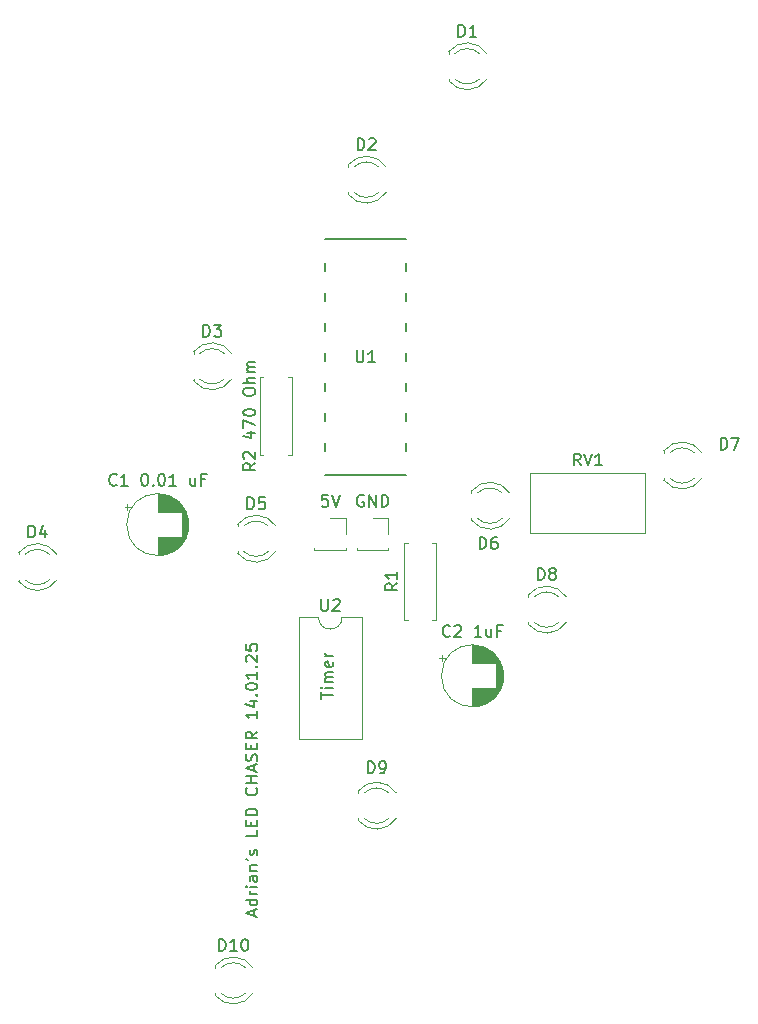
<source format=gto>
%TF.GenerationSoftware,KiCad,Pcbnew,9.0.6*%
%TF.CreationDate,2026-01-24T18:36:13+02:00*%
%TF.ProjectId,led chaser,6c656420-6368-4617-9365-722e6b696361,rev?*%
%TF.SameCoordinates,Original*%
%TF.FileFunction,Legend,Top*%
%TF.FilePolarity,Positive*%
%FSLAX46Y46*%
G04 Gerber Fmt 4.6, Leading zero omitted, Abs format (unit mm)*
G04 Created by KiCad (PCBNEW 9.0.6) date 2026-01-24 18:36:13*
%MOMM*%
%LPD*%
G01*
G04 APERTURE LIST*
%ADD10C,0.150000*%
%ADD11C,0.120000*%
%ADD12C,0.152400*%
G04 APERTURE END LIST*
D10*
X147164132Y-144099999D02*
X147164132Y-143623809D01*
X147449847Y-144195237D02*
X146449847Y-143861904D01*
X146449847Y-143861904D02*
X147449847Y-143528571D01*
X147449847Y-142766666D02*
X146449847Y-142766666D01*
X147402228Y-142766666D02*
X147449847Y-142861904D01*
X147449847Y-142861904D02*
X147449847Y-143052380D01*
X147449847Y-143052380D02*
X147402228Y-143147618D01*
X147402228Y-143147618D02*
X147354608Y-143195237D01*
X147354608Y-143195237D02*
X147259370Y-143242856D01*
X147259370Y-143242856D02*
X146973656Y-143242856D01*
X146973656Y-143242856D02*
X146878418Y-143195237D01*
X146878418Y-143195237D02*
X146830799Y-143147618D01*
X146830799Y-143147618D02*
X146783180Y-143052380D01*
X146783180Y-143052380D02*
X146783180Y-142861904D01*
X146783180Y-142861904D02*
X146830799Y-142766666D01*
X147449847Y-142290475D02*
X146783180Y-142290475D01*
X146973656Y-142290475D02*
X146878418Y-142242856D01*
X146878418Y-142242856D02*
X146830799Y-142195237D01*
X146830799Y-142195237D02*
X146783180Y-142099999D01*
X146783180Y-142099999D02*
X146783180Y-142004761D01*
X147449847Y-141671427D02*
X146783180Y-141671427D01*
X146449847Y-141671427D02*
X146497466Y-141719046D01*
X146497466Y-141719046D02*
X146545085Y-141671427D01*
X146545085Y-141671427D02*
X146497466Y-141623808D01*
X146497466Y-141623808D02*
X146449847Y-141671427D01*
X146449847Y-141671427D02*
X146545085Y-141671427D01*
X147449847Y-140766666D02*
X146926037Y-140766666D01*
X146926037Y-140766666D02*
X146830799Y-140814285D01*
X146830799Y-140814285D02*
X146783180Y-140909523D01*
X146783180Y-140909523D02*
X146783180Y-141099999D01*
X146783180Y-141099999D02*
X146830799Y-141195237D01*
X147402228Y-140766666D02*
X147449847Y-140861904D01*
X147449847Y-140861904D02*
X147449847Y-141099999D01*
X147449847Y-141099999D02*
X147402228Y-141195237D01*
X147402228Y-141195237D02*
X147306989Y-141242856D01*
X147306989Y-141242856D02*
X147211751Y-141242856D01*
X147211751Y-141242856D02*
X147116513Y-141195237D01*
X147116513Y-141195237D02*
X147068894Y-141099999D01*
X147068894Y-141099999D02*
X147068894Y-140861904D01*
X147068894Y-140861904D02*
X147021275Y-140766666D01*
X146783180Y-140290475D02*
X147449847Y-140290475D01*
X146878418Y-140290475D02*
X146830799Y-140242856D01*
X146830799Y-140242856D02*
X146783180Y-140147618D01*
X146783180Y-140147618D02*
X146783180Y-140004761D01*
X146783180Y-140004761D02*
X146830799Y-139909523D01*
X146830799Y-139909523D02*
X146926037Y-139861904D01*
X146926037Y-139861904D02*
X147449847Y-139861904D01*
X146449847Y-139338094D02*
X146640323Y-139433332D01*
X147402228Y-138957142D02*
X147449847Y-138861904D01*
X147449847Y-138861904D02*
X147449847Y-138671428D01*
X147449847Y-138671428D02*
X147402228Y-138576190D01*
X147402228Y-138576190D02*
X147306989Y-138528571D01*
X147306989Y-138528571D02*
X147259370Y-138528571D01*
X147259370Y-138528571D02*
X147164132Y-138576190D01*
X147164132Y-138576190D02*
X147116513Y-138671428D01*
X147116513Y-138671428D02*
X147116513Y-138814285D01*
X147116513Y-138814285D02*
X147068894Y-138909523D01*
X147068894Y-138909523D02*
X146973656Y-138957142D01*
X146973656Y-138957142D02*
X146926037Y-138957142D01*
X146926037Y-138957142D02*
X146830799Y-138909523D01*
X146830799Y-138909523D02*
X146783180Y-138814285D01*
X146783180Y-138814285D02*
X146783180Y-138671428D01*
X146783180Y-138671428D02*
X146830799Y-138576190D01*
X147449847Y-136861904D02*
X147449847Y-137338094D01*
X147449847Y-137338094D02*
X146449847Y-137338094D01*
X146926037Y-136528570D02*
X146926037Y-136195237D01*
X147449847Y-136052380D02*
X147449847Y-136528570D01*
X147449847Y-136528570D02*
X146449847Y-136528570D01*
X146449847Y-136528570D02*
X146449847Y-136052380D01*
X147449847Y-135623808D02*
X146449847Y-135623808D01*
X146449847Y-135623808D02*
X146449847Y-135385713D01*
X146449847Y-135385713D02*
X146497466Y-135242856D01*
X146497466Y-135242856D02*
X146592704Y-135147618D01*
X146592704Y-135147618D02*
X146687942Y-135099999D01*
X146687942Y-135099999D02*
X146878418Y-135052380D01*
X146878418Y-135052380D02*
X147021275Y-135052380D01*
X147021275Y-135052380D02*
X147211751Y-135099999D01*
X147211751Y-135099999D02*
X147306989Y-135147618D01*
X147306989Y-135147618D02*
X147402228Y-135242856D01*
X147402228Y-135242856D02*
X147449847Y-135385713D01*
X147449847Y-135385713D02*
X147449847Y-135623808D01*
X147354608Y-133290475D02*
X147402228Y-133338094D01*
X147402228Y-133338094D02*
X147449847Y-133480951D01*
X147449847Y-133480951D02*
X147449847Y-133576189D01*
X147449847Y-133576189D02*
X147402228Y-133719046D01*
X147402228Y-133719046D02*
X147306989Y-133814284D01*
X147306989Y-133814284D02*
X147211751Y-133861903D01*
X147211751Y-133861903D02*
X147021275Y-133909522D01*
X147021275Y-133909522D02*
X146878418Y-133909522D01*
X146878418Y-133909522D02*
X146687942Y-133861903D01*
X146687942Y-133861903D02*
X146592704Y-133814284D01*
X146592704Y-133814284D02*
X146497466Y-133719046D01*
X146497466Y-133719046D02*
X146449847Y-133576189D01*
X146449847Y-133576189D02*
X146449847Y-133480951D01*
X146449847Y-133480951D02*
X146497466Y-133338094D01*
X146497466Y-133338094D02*
X146545085Y-133290475D01*
X147449847Y-132861903D02*
X146449847Y-132861903D01*
X146926037Y-132861903D02*
X146926037Y-132290475D01*
X147449847Y-132290475D02*
X146449847Y-132290475D01*
X147164132Y-131861903D02*
X147164132Y-131385713D01*
X147449847Y-131957141D02*
X146449847Y-131623808D01*
X146449847Y-131623808D02*
X147449847Y-131290475D01*
X147402228Y-131004760D02*
X147449847Y-130861903D01*
X147449847Y-130861903D02*
X147449847Y-130623808D01*
X147449847Y-130623808D02*
X147402228Y-130528570D01*
X147402228Y-130528570D02*
X147354608Y-130480951D01*
X147354608Y-130480951D02*
X147259370Y-130433332D01*
X147259370Y-130433332D02*
X147164132Y-130433332D01*
X147164132Y-130433332D02*
X147068894Y-130480951D01*
X147068894Y-130480951D02*
X147021275Y-130528570D01*
X147021275Y-130528570D02*
X146973656Y-130623808D01*
X146973656Y-130623808D02*
X146926037Y-130814284D01*
X146926037Y-130814284D02*
X146878418Y-130909522D01*
X146878418Y-130909522D02*
X146830799Y-130957141D01*
X146830799Y-130957141D02*
X146735561Y-131004760D01*
X146735561Y-131004760D02*
X146640323Y-131004760D01*
X146640323Y-131004760D02*
X146545085Y-130957141D01*
X146545085Y-130957141D02*
X146497466Y-130909522D01*
X146497466Y-130909522D02*
X146449847Y-130814284D01*
X146449847Y-130814284D02*
X146449847Y-130576189D01*
X146449847Y-130576189D02*
X146497466Y-130433332D01*
X146926037Y-130004760D02*
X146926037Y-129671427D01*
X147449847Y-129528570D02*
X147449847Y-130004760D01*
X147449847Y-130004760D02*
X146449847Y-130004760D01*
X146449847Y-130004760D02*
X146449847Y-129528570D01*
X147449847Y-128528570D02*
X146973656Y-128861903D01*
X147449847Y-129099998D02*
X146449847Y-129099998D01*
X146449847Y-129099998D02*
X146449847Y-128719046D01*
X146449847Y-128719046D02*
X146497466Y-128623808D01*
X146497466Y-128623808D02*
X146545085Y-128576189D01*
X146545085Y-128576189D02*
X146640323Y-128528570D01*
X146640323Y-128528570D02*
X146783180Y-128528570D01*
X146783180Y-128528570D02*
X146878418Y-128576189D01*
X146878418Y-128576189D02*
X146926037Y-128623808D01*
X146926037Y-128623808D02*
X146973656Y-128719046D01*
X146973656Y-128719046D02*
X146973656Y-129099998D01*
X147449847Y-126814284D02*
X147449847Y-127385712D01*
X147449847Y-127099998D02*
X146449847Y-127099998D01*
X146449847Y-127099998D02*
X146592704Y-127195236D01*
X146592704Y-127195236D02*
X146687942Y-127290474D01*
X146687942Y-127290474D02*
X146735561Y-127385712D01*
X146783180Y-125957141D02*
X147449847Y-125957141D01*
X146402228Y-126195236D02*
X147116513Y-126433331D01*
X147116513Y-126433331D02*
X147116513Y-125814284D01*
X147354608Y-125433331D02*
X147402228Y-125385712D01*
X147402228Y-125385712D02*
X147449847Y-125433331D01*
X147449847Y-125433331D02*
X147402228Y-125480950D01*
X147402228Y-125480950D02*
X147354608Y-125433331D01*
X147354608Y-125433331D02*
X147449847Y-125433331D01*
X146449847Y-124766665D02*
X146449847Y-124671427D01*
X146449847Y-124671427D02*
X146497466Y-124576189D01*
X146497466Y-124576189D02*
X146545085Y-124528570D01*
X146545085Y-124528570D02*
X146640323Y-124480951D01*
X146640323Y-124480951D02*
X146830799Y-124433332D01*
X146830799Y-124433332D02*
X147068894Y-124433332D01*
X147068894Y-124433332D02*
X147259370Y-124480951D01*
X147259370Y-124480951D02*
X147354608Y-124528570D01*
X147354608Y-124528570D02*
X147402228Y-124576189D01*
X147402228Y-124576189D02*
X147449847Y-124671427D01*
X147449847Y-124671427D02*
X147449847Y-124766665D01*
X147449847Y-124766665D02*
X147402228Y-124861903D01*
X147402228Y-124861903D02*
X147354608Y-124909522D01*
X147354608Y-124909522D02*
X147259370Y-124957141D01*
X147259370Y-124957141D02*
X147068894Y-125004760D01*
X147068894Y-125004760D02*
X146830799Y-125004760D01*
X146830799Y-125004760D02*
X146640323Y-124957141D01*
X146640323Y-124957141D02*
X146545085Y-124909522D01*
X146545085Y-124909522D02*
X146497466Y-124861903D01*
X146497466Y-124861903D02*
X146449847Y-124766665D01*
X147449847Y-123480951D02*
X147449847Y-124052379D01*
X147449847Y-123766665D02*
X146449847Y-123766665D01*
X146449847Y-123766665D02*
X146592704Y-123861903D01*
X146592704Y-123861903D02*
X146687942Y-123957141D01*
X146687942Y-123957141D02*
X146735561Y-124052379D01*
X147354608Y-123052379D02*
X147402228Y-123004760D01*
X147402228Y-123004760D02*
X147449847Y-123052379D01*
X147449847Y-123052379D02*
X147402228Y-123099998D01*
X147402228Y-123099998D02*
X147354608Y-123052379D01*
X147354608Y-123052379D02*
X147449847Y-123052379D01*
X146545085Y-122623808D02*
X146497466Y-122576189D01*
X146497466Y-122576189D02*
X146449847Y-122480951D01*
X146449847Y-122480951D02*
X146449847Y-122242856D01*
X146449847Y-122242856D02*
X146497466Y-122147618D01*
X146497466Y-122147618D02*
X146545085Y-122099999D01*
X146545085Y-122099999D02*
X146640323Y-122052380D01*
X146640323Y-122052380D02*
X146735561Y-122052380D01*
X146735561Y-122052380D02*
X146878418Y-122099999D01*
X146878418Y-122099999D02*
X147449847Y-122671427D01*
X147449847Y-122671427D02*
X147449847Y-122052380D01*
X146449847Y-121147618D02*
X146449847Y-121623808D01*
X146449847Y-121623808D02*
X146926037Y-121671427D01*
X146926037Y-121671427D02*
X146878418Y-121623808D01*
X146878418Y-121623808D02*
X146830799Y-121528570D01*
X146830799Y-121528570D02*
X146830799Y-121290475D01*
X146830799Y-121290475D02*
X146878418Y-121195237D01*
X146878418Y-121195237D02*
X146926037Y-121147618D01*
X146926037Y-121147618D02*
X147021275Y-121099999D01*
X147021275Y-121099999D02*
X147259370Y-121099999D01*
X147259370Y-121099999D02*
X147354608Y-121147618D01*
X147354608Y-121147618D02*
X147402228Y-121195237D01*
X147402228Y-121195237D02*
X147449847Y-121290475D01*
X147449847Y-121290475D02*
X147449847Y-121528570D01*
X147449847Y-121528570D02*
X147402228Y-121623808D01*
X147402228Y-121623808D02*
X147354608Y-121671427D01*
X152854819Y-125728570D02*
X152854819Y-125157142D01*
X153854819Y-125442856D02*
X152854819Y-125442856D01*
X153854819Y-124823808D02*
X153188152Y-124823808D01*
X152854819Y-124823808D02*
X152902438Y-124871427D01*
X152902438Y-124871427D02*
X152950057Y-124823808D01*
X152950057Y-124823808D02*
X152902438Y-124776189D01*
X152902438Y-124776189D02*
X152854819Y-124823808D01*
X152854819Y-124823808D02*
X152950057Y-124823808D01*
X153854819Y-124347618D02*
X153188152Y-124347618D01*
X153283390Y-124347618D02*
X153235771Y-124299999D01*
X153235771Y-124299999D02*
X153188152Y-124204761D01*
X153188152Y-124204761D02*
X153188152Y-124061904D01*
X153188152Y-124061904D02*
X153235771Y-123966666D01*
X153235771Y-123966666D02*
X153331009Y-123919047D01*
X153331009Y-123919047D02*
X153854819Y-123919047D01*
X153331009Y-123919047D02*
X153235771Y-123871428D01*
X153235771Y-123871428D02*
X153188152Y-123776190D01*
X153188152Y-123776190D02*
X153188152Y-123633333D01*
X153188152Y-123633333D02*
X153235771Y-123538094D01*
X153235771Y-123538094D02*
X153331009Y-123490475D01*
X153331009Y-123490475D02*
X153854819Y-123490475D01*
X153807200Y-122633333D02*
X153854819Y-122728571D01*
X153854819Y-122728571D02*
X153854819Y-122919047D01*
X153854819Y-122919047D02*
X153807200Y-123014285D01*
X153807200Y-123014285D02*
X153711961Y-123061904D01*
X153711961Y-123061904D02*
X153331009Y-123061904D01*
X153331009Y-123061904D02*
X153235771Y-123014285D01*
X153235771Y-123014285D02*
X153188152Y-122919047D01*
X153188152Y-122919047D02*
X153188152Y-122728571D01*
X153188152Y-122728571D02*
X153235771Y-122633333D01*
X153235771Y-122633333D02*
X153331009Y-122585714D01*
X153331009Y-122585714D02*
X153426247Y-122585714D01*
X153426247Y-122585714D02*
X153521485Y-123061904D01*
X153854819Y-122157142D02*
X153188152Y-122157142D01*
X153378628Y-122157142D02*
X153283390Y-122109523D01*
X153283390Y-122109523D02*
X153235771Y-122061904D01*
X153235771Y-122061904D02*
X153188152Y-121966666D01*
X153188152Y-121966666D02*
X153188152Y-121871428D01*
X159284819Y-115976666D02*
X158808628Y-116309999D01*
X159284819Y-116548094D02*
X158284819Y-116548094D01*
X158284819Y-116548094D02*
X158284819Y-116167142D01*
X158284819Y-116167142D02*
X158332438Y-116071904D01*
X158332438Y-116071904D02*
X158380057Y-116024285D01*
X158380057Y-116024285D02*
X158475295Y-115976666D01*
X158475295Y-115976666D02*
X158618152Y-115976666D01*
X158618152Y-115976666D02*
X158713390Y-116024285D01*
X158713390Y-116024285D02*
X158761009Y-116071904D01*
X158761009Y-116071904D02*
X158808628Y-116167142D01*
X158808628Y-116167142D02*
X158808628Y-116548094D01*
X159284819Y-115024285D02*
X159284819Y-115595713D01*
X159284819Y-115309999D02*
X158284819Y-115309999D01*
X158284819Y-115309999D02*
X158427676Y-115405237D01*
X158427676Y-115405237D02*
X158522914Y-115500475D01*
X158522914Y-115500475D02*
X158570533Y-115595713D01*
X142861905Y-95094819D02*
X142861905Y-94094819D01*
X142861905Y-94094819D02*
X143100000Y-94094819D01*
X143100000Y-94094819D02*
X143242857Y-94142438D01*
X143242857Y-94142438D02*
X143338095Y-94237676D01*
X143338095Y-94237676D02*
X143385714Y-94332914D01*
X143385714Y-94332914D02*
X143433333Y-94523390D01*
X143433333Y-94523390D02*
X143433333Y-94666247D01*
X143433333Y-94666247D02*
X143385714Y-94856723D01*
X143385714Y-94856723D02*
X143338095Y-94951961D01*
X143338095Y-94951961D02*
X143242857Y-95047200D01*
X143242857Y-95047200D02*
X143100000Y-95094819D01*
X143100000Y-95094819D02*
X142861905Y-95094819D01*
X143766667Y-94094819D02*
X144385714Y-94094819D01*
X144385714Y-94094819D02*
X144052381Y-94475771D01*
X144052381Y-94475771D02*
X144195238Y-94475771D01*
X144195238Y-94475771D02*
X144290476Y-94523390D01*
X144290476Y-94523390D02*
X144338095Y-94571009D01*
X144338095Y-94571009D02*
X144385714Y-94666247D01*
X144385714Y-94666247D02*
X144385714Y-94904342D01*
X144385714Y-94904342D02*
X144338095Y-94999580D01*
X144338095Y-94999580D02*
X144290476Y-95047200D01*
X144290476Y-95047200D02*
X144195238Y-95094819D01*
X144195238Y-95094819D02*
X143909524Y-95094819D01*
X143909524Y-95094819D02*
X143814286Y-95047200D01*
X143814286Y-95047200D02*
X143766667Y-94999580D01*
X135523809Y-107609580D02*
X135476190Y-107657200D01*
X135476190Y-107657200D02*
X135333333Y-107704819D01*
X135333333Y-107704819D02*
X135238095Y-107704819D01*
X135238095Y-107704819D02*
X135095238Y-107657200D01*
X135095238Y-107657200D02*
X135000000Y-107561961D01*
X135000000Y-107561961D02*
X134952381Y-107466723D01*
X134952381Y-107466723D02*
X134904762Y-107276247D01*
X134904762Y-107276247D02*
X134904762Y-107133390D01*
X134904762Y-107133390D02*
X134952381Y-106942914D01*
X134952381Y-106942914D02*
X135000000Y-106847676D01*
X135000000Y-106847676D02*
X135095238Y-106752438D01*
X135095238Y-106752438D02*
X135238095Y-106704819D01*
X135238095Y-106704819D02*
X135333333Y-106704819D01*
X135333333Y-106704819D02*
X135476190Y-106752438D01*
X135476190Y-106752438D02*
X135523809Y-106800057D01*
X136476190Y-107704819D02*
X135904762Y-107704819D01*
X136190476Y-107704819D02*
X136190476Y-106704819D01*
X136190476Y-106704819D02*
X136095238Y-106847676D01*
X136095238Y-106847676D02*
X136000000Y-106942914D01*
X136000000Y-106942914D02*
X135904762Y-106990533D01*
X137857143Y-106704819D02*
X137952381Y-106704819D01*
X137952381Y-106704819D02*
X138047619Y-106752438D01*
X138047619Y-106752438D02*
X138095238Y-106800057D01*
X138095238Y-106800057D02*
X138142857Y-106895295D01*
X138142857Y-106895295D02*
X138190476Y-107085771D01*
X138190476Y-107085771D02*
X138190476Y-107323866D01*
X138190476Y-107323866D02*
X138142857Y-107514342D01*
X138142857Y-107514342D02*
X138095238Y-107609580D01*
X138095238Y-107609580D02*
X138047619Y-107657200D01*
X138047619Y-107657200D02*
X137952381Y-107704819D01*
X137952381Y-107704819D02*
X137857143Y-107704819D01*
X137857143Y-107704819D02*
X137761905Y-107657200D01*
X137761905Y-107657200D02*
X137714286Y-107609580D01*
X137714286Y-107609580D02*
X137666667Y-107514342D01*
X137666667Y-107514342D02*
X137619048Y-107323866D01*
X137619048Y-107323866D02*
X137619048Y-107085771D01*
X137619048Y-107085771D02*
X137666667Y-106895295D01*
X137666667Y-106895295D02*
X137714286Y-106800057D01*
X137714286Y-106800057D02*
X137761905Y-106752438D01*
X137761905Y-106752438D02*
X137857143Y-106704819D01*
X138619048Y-107609580D02*
X138666667Y-107657200D01*
X138666667Y-107657200D02*
X138619048Y-107704819D01*
X138619048Y-107704819D02*
X138571429Y-107657200D01*
X138571429Y-107657200D02*
X138619048Y-107609580D01*
X138619048Y-107609580D02*
X138619048Y-107704819D01*
X139285714Y-106704819D02*
X139380952Y-106704819D01*
X139380952Y-106704819D02*
X139476190Y-106752438D01*
X139476190Y-106752438D02*
X139523809Y-106800057D01*
X139523809Y-106800057D02*
X139571428Y-106895295D01*
X139571428Y-106895295D02*
X139619047Y-107085771D01*
X139619047Y-107085771D02*
X139619047Y-107323866D01*
X139619047Y-107323866D02*
X139571428Y-107514342D01*
X139571428Y-107514342D02*
X139523809Y-107609580D01*
X139523809Y-107609580D02*
X139476190Y-107657200D01*
X139476190Y-107657200D02*
X139380952Y-107704819D01*
X139380952Y-107704819D02*
X139285714Y-107704819D01*
X139285714Y-107704819D02*
X139190476Y-107657200D01*
X139190476Y-107657200D02*
X139142857Y-107609580D01*
X139142857Y-107609580D02*
X139095238Y-107514342D01*
X139095238Y-107514342D02*
X139047619Y-107323866D01*
X139047619Y-107323866D02*
X139047619Y-107085771D01*
X139047619Y-107085771D02*
X139095238Y-106895295D01*
X139095238Y-106895295D02*
X139142857Y-106800057D01*
X139142857Y-106800057D02*
X139190476Y-106752438D01*
X139190476Y-106752438D02*
X139285714Y-106704819D01*
X140571428Y-107704819D02*
X140000000Y-107704819D01*
X140285714Y-107704819D02*
X140285714Y-106704819D01*
X140285714Y-106704819D02*
X140190476Y-106847676D01*
X140190476Y-106847676D02*
X140095238Y-106942914D01*
X140095238Y-106942914D02*
X140000000Y-106990533D01*
X142190476Y-107038152D02*
X142190476Y-107704819D01*
X141761905Y-107038152D02*
X141761905Y-107561961D01*
X141761905Y-107561961D02*
X141809524Y-107657200D01*
X141809524Y-107657200D02*
X141904762Y-107704819D01*
X141904762Y-107704819D02*
X142047619Y-107704819D01*
X142047619Y-107704819D02*
X142142857Y-107657200D01*
X142142857Y-107657200D02*
X142190476Y-107609580D01*
X143000000Y-107181009D02*
X142666667Y-107181009D01*
X142666667Y-107704819D02*
X142666667Y-106704819D01*
X142666667Y-106704819D02*
X143142857Y-106704819D01*
X174804761Y-105984819D02*
X174471428Y-105508628D01*
X174233333Y-105984819D02*
X174233333Y-104984819D01*
X174233333Y-104984819D02*
X174614285Y-104984819D01*
X174614285Y-104984819D02*
X174709523Y-105032438D01*
X174709523Y-105032438D02*
X174757142Y-105080057D01*
X174757142Y-105080057D02*
X174804761Y-105175295D01*
X174804761Y-105175295D02*
X174804761Y-105318152D01*
X174804761Y-105318152D02*
X174757142Y-105413390D01*
X174757142Y-105413390D02*
X174709523Y-105461009D01*
X174709523Y-105461009D02*
X174614285Y-105508628D01*
X174614285Y-105508628D02*
X174233333Y-105508628D01*
X175090476Y-104984819D02*
X175423809Y-105984819D01*
X175423809Y-105984819D02*
X175757142Y-104984819D01*
X176614285Y-105984819D02*
X176042857Y-105984819D01*
X176328571Y-105984819D02*
X176328571Y-104984819D01*
X176328571Y-104984819D02*
X176233333Y-105127676D01*
X176233333Y-105127676D02*
X176138095Y-105222914D01*
X176138095Y-105222914D02*
X176042857Y-105270533D01*
X156438095Y-108532438D02*
X156342857Y-108484819D01*
X156342857Y-108484819D02*
X156200000Y-108484819D01*
X156200000Y-108484819D02*
X156057143Y-108532438D01*
X156057143Y-108532438D02*
X155961905Y-108627676D01*
X155961905Y-108627676D02*
X155914286Y-108722914D01*
X155914286Y-108722914D02*
X155866667Y-108913390D01*
X155866667Y-108913390D02*
X155866667Y-109056247D01*
X155866667Y-109056247D02*
X155914286Y-109246723D01*
X155914286Y-109246723D02*
X155961905Y-109341961D01*
X155961905Y-109341961D02*
X156057143Y-109437200D01*
X156057143Y-109437200D02*
X156200000Y-109484819D01*
X156200000Y-109484819D02*
X156295238Y-109484819D01*
X156295238Y-109484819D02*
X156438095Y-109437200D01*
X156438095Y-109437200D02*
X156485714Y-109389580D01*
X156485714Y-109389580D02*
X156485714Y-109056247D01*
X156485714Y-109056247D02*
X156295238Y-109056247D01*
X156914286Y-109484819D02*
X156914286Y-108484819D01*
X156914286Y-108484819D02*
X157485714Y-109484819D01*
X157485714Y-109484819D02*
X157485714Y-108484819D01*
X157961905Y-109484819D02*
X157961905Y-108484819D01*
X157961905Y-108484819D02*
X158200000Y-108484819D01*
X158200000Y-108484819D02*
X158342857Y-108532438D01*
X158342857Y-108532438D02*
X158438095Y-108627676D01*
X158438095Y-108627676D02*
X158485714Y-108722914D01*
X158485714Y-108722914D02*
X158533333Y-108913390D01*
X158533333Y-108913390D02*
X158533333Y-109056247D01*
X158533333Y-109056247D02*
X158485714Y-109246723D01*
X158485714Y-109246723D02*
X158438095Y-109341961D01*
X158438095Y-109341961D02*
X158342857Y-109437200D01*
X158342857Y-109437200D02*
X158200000Y-109484819D01*
X158200000Y-109484819D02*
X157961905Y-109484819D01*
X186661905Y-104654819D02*
X186661905Y-103654819D01*
X186661905Y-103654819D02*
X186900000Y-103654819D01*
X186900000Y-103654819D02*
X187042857Y-103702438D01*
X187042857Y-103702438D02*
X187138095Y-103797676D01*
X187138095Y-103797676D02*
X187185714Y-103892914D01*
X187185714Y-103892914D02*
X187233333Y-104083390D01*
X187233333Y-104083390D02*
X187233333Y-104226247D01*
X187233333Y-104226247D02*
X187185714Y-104416723D01*
X187185714Y-104416723D02*
X187138095Y-104511961D01*
X187138095Y-104511961D02*
X187042857Y-104607200D01*
X187042857Y-104607200D02*
X186900000Y-104654819D01*
X186900000Y-104654819D02*
X186661905Y-104654819D01*
X187566667Y-103654819D02*
X188233333Y-103654819D01*
X188233333Y-103654819D02*
X187804762Y-104654819D01*
X166261905Y-113054819D02*
X166261905Y-112054819D01*
X166261905Y-112054819D02*
X166500000Y-112054819D01*
X166500000Y-112054819D02*
X166642857Y-112102438D01*
X166642857Y-112102438D02*
X166738095Y-112197676D01*
X166738095Y-112197676D02*
X166785714Y-112292914D01*
X166785714Y-112292914D02*
X166833333Y-112483390D01*
X166833333Y-112483390D02*
X166833333Y-112626247D01*
X166833333Y-112626247D02*
X166785714Y-112816723D01*
X166785714Y-112816723D02*
X166738095Y-112911961D01*
X166738095Y-112911961D02*
X166642857Y-113007200D01*
X166642857Y-113007200D02*
X166500000Y-113054819D01*
X166500000Y-113054819D02*
X166261905Y-113054819D01*
X167690476Y-112054819D02*
X167500000Y-112054819D01*
X167500000Y-112054819D02*
X167404762Y-112102438D01*
X167404762Y-112102438D02*
X167357143Y-112150057D01*
X167357143Y-112150057D02*
X167261905Y-112292914D01*
X167261905Y-112292914D02*
X167214286Y-112483390D01*
X167214286Y-112483390D02*
X167214286Y-112864342D01*
X167214286Y-112864342D02*
X167261905Y-112959580D01*
X167261905Y-112959580D02*
X167309524Y-113007200D01*
X167309524Y-113007200D02*
X167404762Y-113054819D01*
X167404762Y-113054819D02*
X167595238Y-113054819D01*
X167595238Y-113054819D02*
X167690476Y-113007200D01*
X167690476Y-113007200D02*
X167738095Y-112959580D01*
X167738095Y-112959580D02*
X167785714Y-112864342D01*
X167785714Y-112864342D02*
X167785714Y-112626247D01*
X167785714Y-112626247D02*
X167738095Y-112531009D01*
X167738095Y-112531009D02*
X167690476Y-112483390D01*
X167690476Y-112483390D02*
X167595238Y-112435771D01*
X167595238Y-112435771D02*
X167404762Y-112435771D01*
X167404762Y-112435771D02*
X167309524Y-112483390D01*
X167309524Y-112483390D02*
X167261905Y-112531009D01*
X167261905Y-112531009D02*
X167214286Y-112626247D01*
X153409523Y-108484819D02*
X152933333Y-108484819D01*
X152933333Y-108484819D02*
X152885714Y-108961009D01*
X152885714Y-108961009D02*
X152933333Y-108913390D01*
X152933333Y-108913390D02*
X153028571Y-108865771D01*
X153028571Y-108865771D02*
X153266666Y-108865771D01*
X153266666Y-108865771D02*
X153361904Y-108913390D01*
X153361904Y-108913390D02*
X153409523Y-108961009D01*
X153409523Y-108961009D02*
X153457142Y-109056247D01*
X153457142Y-109056247D02*
X153457142Y-109294342D01*
X153457142Y-109294342D02*
X153409523Y-109389580D01*
X153409523Y-109389580D02*
X153361904Y-109437200D01*
X153361904Y-109437200D02*
X153266666Y-109484819D01*
X153266666Y-109484819D02*
X153028571Y-109484819D01*
X153028571Y-109484819D02*
X152933333Y-109437200D01*
X152933333Y-109437200D02*
X152885714Y-109389580D01*
X153742857Y-108484819D02*
X154076190Y-109484819D01*
X154076190Y-109484819D02*
X154409523Y-108484819D01*
X144185714Y-147094819D02*
X144185714Y-146094819D01*
X144185714Y-146094819D02*
X144423809Y-146094819D01*
X144423809Y-146094819D02*
X144566666Y-146142438D01*
X144566666Y-146142438D02*
X144661904Y-146237676D01*
X144661904Y-146237676D02*
X144709523Y-146332914D01*
X144709523Y-146332914D02*
X144757142Y-146523390D01*
X144757142Y-146523390D02*
X144757142Y-146666247D01*
X144757142Y-146666247D02*
X144709523Y-146856723D01*
X144709523Y-146856723D02*
X144661904Y-146951961D01*
X144661904Y-146951961D02*
X144566666Y-147047200D01*
X144566666Y-147047200D02*
X144423809Y-147094819D01*
X144423809Y-147094819D02*
X144185714Y-147094819D01*
X145709523Y-147094819D02*
X145138095Y-147094819D01*
X145423809Y-147094819D02*
X145423809Y-146094819D01*
X145423809Y-146094819D02*
X145328571Y-146237676D01*
X145328571Y-146237676D02*
X145233333Y-146332914D01*
X145233333Y-146332914D02*
X145138095Y-146380533D01*
X146328571Y-146094819D02*
X146423809Y-146094819D01*
X146423809Y-146094819D02*
X146519047Y-146142438D01*
X146519047Y-146142438D02*
X146566666Y-146190057D01*
X146566666Y-146190057D02*
X146614285Y-146285295D01*
X146614285Y-146285295D02*
X146661904Y-146475771D01*
X146661904Y-146475771D02*
X146661904Y-146713866D01*
X146661904Y-146713866D02*
X146614285Y-146904342D01*
X146614285Y-146904342D02*
X146566666Y-146999580D01*
X146566666Y-146999580D02*
X146519047Y-147047200D01*
X146519047Y-147047200D02*
X146423809Y-147094819D01*
X146423809Y-147094819D02*
X146328571Y-147094819D01*
X146328571Y-147094819D02*
X146233333Y-147047200D01*
X146233333Y-147047200D02*
X146185714Y-146999580D01*
X146185714Y-146999580D02*
X146138095Y-146904342D01*
X146138095Y-146904342D02*
X146090476Y-146713866D01*
X146090476Y-146713866D02*
X146090476Y-146475771D01*
X146090476Y-146475771D02*
X146138095Y-146285295D01*
X146138095Y-146285295D02*
X146185714Y-146190057D01*
X146185714Y-146190057D02*
X146233333Y-146142438D01*
X146233333Y-146142438D02*
X146328571Y-146094819D01*
X146591905Y-109694819D02*
X146591905Y-108694819D01*
X146591905Y-108694819D02*
X146830000Y-108694819D01*
X146830000Y-108694819D02*
X146972857Y-108742438D01*
X146972857Y-108742438D02*
X147068095Y-108837676D01*
X147068095Y-108837676D02*
X147115714Y-108932914D01*
X147115714Y-108932914D02*
X147163333Y-109123390D01*
X147163333Y-109123390D02*
X147163333Y-109266247D01*
X147163333Y-109266247D02*
X147115714Y-109456723D01*
X147115714Y-109456723D02*
X147068095Y-109551961D01*
X147068095Y-109551961D02*
X146972857Y-109647200D01*
X146972857Y-109647200D02*
X146830000Y-109694819D01*
X146830000Y-109694819D02*
X146591905Y-109694819D01*
X148068095Y-108694819D02*
X147591905Y-108694819D01*
X147591905Y-108694819D02*
X147544286Y-109171009D01*
X147544286Y-109171009D02*
X147591905Y-109123390D01*
X147591905Y-109123390D02*
X147687143Y-109075771D01*
X147687143Y-109075771D02*
X147925238Y-109075771D01*
X147925238Y-109075771D02*
X148020476Y-109123390D01*
X148020476Y-109123390D02*
X148068095Y-109171009D01*
X148068095Y-109171009D02*
X148115714Y-109266247D01*
X148115714Y-109266247D02*
X148115714Y-109504342D01*
X148115714Y-109504342D02*
X148068095Y-109599580D01*
X148068095Y-109599580D02*
X148020476Y-109647200D01*
X148020476Y-109647200D02*
X147925238Y-109694819D01*
X147925238Y-109694819D02*
X147687143Y-109694819D01*
X147687143Y-109694819D02*
X147591905Y-109647200D01*
X147591905Y-109647200D02*
X147544286Y-109599580D01*
X156791905Y-132054819D02*
X156791905Y-131054819D01*
X156791905Y-131054819D02*
X157030000Y-131054819D01*
X157030000Y-131054819D02*
X157172857Y-131102438D01*
X157172857Y-131102438D02*
X157268095Y-131197676D01*
X157268095Y-131197676D02*
X157315714Y-131292914D01*
X157315714Y-131292914D02*
X157363333Y-131483390D01*
X157363333Y-131483390D02*
X157363333Y-131626247D01*
X157363333Y-131626247D02*
X157315714Y-131816723D01*
X157315714Y-131816723D02*
X157268095Y-131911961D01*
X157268095Y-131911961D02*
X157172857Y-132007200D01*
X157172857Y-132007200D02*
X157030000Y-132054819D01*
X157030000Y-132054819D02*
X156791905Y-132054819D01*
X157839524Y-132054819D02*
X158030000Y-132054819D01*
X158030000Y-132054819D02*
X158125238Y-132007200D01*
X158125238Y-132007200D02*
X158172857Y-131959580D01*
X158172857Y-131959580D02*
X158268095Y-131816723D01*
X158268095Y-131816723D02*
X158315714Y-131626247D01*
X158315714Y-131626247D02*
X158315714Y-131245295D01*
X158315714Y-131245295D02*
X158268095Y-131150057D01*
X158268095Y-131150057D02*
X158220476Y-131102438D01*
X158220476Y-131102438D02*
X158125238Y-131054819D01*
X158125238Y-131054819D02*
X157934762Y-131054819D01*
X157934762Y-131054819D02*
X157839524Y-131102438D01*
X157839524Y-131102438D02*
X157791905Y-131150057D01*
X157791905Y-131150057D02*
X157744286Y-131245295D01*
X157744286Y-131245295D02*
X157744286Y-131483390D01*
X157744286Y-131483390D02*
X157791905Y-131578628D01*
X157791905Y-131578628D02*
X157839524Y-131626247D01*
X157839524Y-131626247D02*
X157934762Y-131673866D01*
X157934762Y-131673866D02*
X158125238Y-131673866D01*
X158125238Y-131673866D02*
X158220476Y-131626247D01*
X158220476Y-131626247D02*
X158268095Y-131578628D01*
X158268095Y-131578628D02*
X158315714Y-131483390D01*
X128061905Y-112094819D02*
X128061905Y-111094819D01*
X128061905Y-111094819D02*
X128300000Y-111094819D01*
X128300000Y-111094819D02*
X128442857Y-111142438D01*
X128442857Y-111142438D02*
X128538095Y-111237676D01*
X128538095Y-111237676D02*
X128585714Y-111332914D01*
X128585714Y-111332914D02*
X128633333Y-111523390D01*
X128633333Y-111523390D02*
X128633333Y-111666247D01*
X128633333Y-111666247D02*
X128585714Y-111856723D01*
X128585714Y-111856723D02*
X128538095Y-111951961D01*
X128538095Y-111951961D02*
X128442857Y-112047200D01*
X128442857Y-112047200D02*
X128300000Y-112094819D01*
X128300000Y-112094819D02*
X128061905Y-112094819D01*
X129490476Y-111428152D02*
X129490476Y-112094819D01*
X129252381Y-111047200D02*
X129014286Y-111761485D01*
X129014286Y-111761485D02*
X129633333Y-111761485D01*
X163740125Y-120409580D02*
X163692506Y-120457200D01*
X163692506Y-120457200D02*
X163549649Y-120504819D01*
X163549649Y-120504819D02*
X163454411Y-120504819D01*
X163454411Y-120504819D02*
X163311554Y-120457200D01*
X163311554Y-120457200D02*
X163216316Y-120361961D01*
X163216316Y-120361961D02*
X163168697Y-120266723D01*
X163168697Y-120266723D02*
X163121078Y-120076247D01*
X163121078Y-120076247D02*
X163121078Y-119933390D01*
X163121078Y-119933390D02*
X163168697Y-119742914D01*
X163168697Y-119742914D02*
X163216316Y-119647676D01*
X163216316Y-119647676D02*
X163311554Y-119552438D01*
X163311554Y-119552438D02*
X163454411Y-119504819D01*
X163454411Y-119504819D02*
X163549649Y-119504819D01*
X163549649Y-119504819D02*
X163692506Y-119552438D01*
X163692506Y-119552438D02*
X163740125Y-119600057D01*
X164121078Y-119600057D02*
X164168697Y-119552438D01*
X164168697Y-119552438D02*
X164263935Y-119504819D01*
X164263935Y-119504819D02*
X164502030Y-119504819D01*
X164502030Y-119504819D02*
X164597268Y-119552438D01*
X164597268Y-119552438D02*
X164644887Y-119600057D01*
X164644887Y-119600057D02*
X164692506Y-119695295D01*
X164692506Y-119695295D02*
X164692506Y-119790533D01*
X164692506Y-119790533D02*
X164644887Y-119933390D01*
X164644887Y-119933390D02*
X164073459Y-120504819D01*
X164073459Y-120504819D02*
X164692506Y-120504819D01*
X166406792Y-120504819D02*
X165835364Y-120504819D01*
X166121078Y-120504819D02*
X166121078Y-119504819D01*
X166121078Y-119504819D02*
X166025840Y-119647676D01*
X166025840Y-119647676D02*
X165930602Y-119742914D01*
X165930602Y-119742914D02*
X165835364Y-119790533D01*
X167263935Y-119838152D02*
X167263935Y-120504819D01*
X166835364Y-119838152D02*
X166835364Y-120361961D01*
X166835364Y-120361961D02*
X166882983Y-120457200D01*
X166882983Y-120457200D02*
X166978221Y-120504819D01*
X166978221Y-120504819D02*
X167121078Y-120504819D01*
X167121078Y-120504819D02*
X167216316Y-120457200D01*
X167216316Y-120457200D02*
X167263935Y-120409580D01*
X168073459Y-119981009D02*
X167740126Y-119981009D01*
X167740126Y-120504819D02*
X167740126Y-119504819D01*
X167740126Y-119504819D02*
X168216316Y-119504819D01*
X147254819Y-105800000D02*
X146778628Y-106133333D01*
X147254819Y-106371428D02*
X146254819Y-106371428D01*
X146254819Y-106371428D02*
X146254819Y-105990476D01*
X146254819Y-105990476D02*
X146302438Y-105895238D01*
X146302438Y-105895238D02*
X146350057Y-105847619D01*
X146350057Y-105847619D02*
X146445295Y-105800000D01*
X146445295Y-105800000D02*
X146588152Y-105800000D01*
X146588152Y-105800000D02*
X146683390Y-105847619D01*
X146683390Y-105847619D02*
X146731009Y-105895238D01*
X146731009Y-105895238D02*
X146778628Y-105990476D01*
X146778628Y-105990476D02*
X146778628Y-106371428D01*
X146350057Y-105419047D02*
X146302438Y-105371428D01*
X146302438Y-105371428D02*
X146254819Y-105276190D01*
X146254819Y-105276190D02*
X146254819Y-105038095D01*
X146254819Y-105038095D02*
X146302438Y-104942857D01*
X146302438Y-104942857D02*
X146350057Y-104895238D01*
X146350057Y-104895238D02*
X146445295Y-104847619D01*
X146445295Y-104847619D02*
X146540533Y-104847619D01*
X146540533Y-104847619D02*
X146683390Y-104895238D01*
X146683390Y-104895238D02*
X147254819Y-105466666D01*
X147254819Y-105466666D02*
X147254819Y-104847619D01*
X146588152Y-103228571D02*
X147254819Y-103228571D01*
X146207200Y-103466666D02*
X146921485Y-103704761D01*
X146921485Y-103704761D02*
X146921485Y-103085714D01*
X146254819Y-102799999D02*
X146254819Y-102133333D01*
X146254819Y-102133333D02*
X147254819Y-102561904D01*
X146254819Y-101561904D02*
X146254819Y-101466666D01*
X146254819Y-101466666D02*
X146302438Y-101371428D01*
X146302438Y-101371428D02*
X146350057Y-101323809D01*
X146350057Y-101323809D02*
X146445295Y-101276190D01*
X146445295Y-101276190D02*
X146635771Y-101228571D01*
X146635771Y-101228571D02*
X146873866Y-101228571D01*
X146873866Y-101228571D02*
X147064342Y-101276190D01*
X147064342Y-101276190D02*
X147159580Y-101323809D01*
X147159580Y-101323809D02*
X147207200Y-101371428D01*
X147207200Y-101371428D02*
X147254819Y-101466666D01*
X147254819Y-101466666D02*
X147254819Y-101561904D01*
X147254819Y-101561904D02*
X147207200Y-101657142D01*
X147207200Y-101657142D02*
X147159580Y-101704761D01*
X147159580Y-101704761D02*
X147064342Y-101752380D01*
X147064342Y-101752380D02*
X146873866Y-101799999D01*
X146873866Y-101799999D02*
X146635771Y-101799999D01*
X146635771Y-101799999D02*
X146445295Y-101752380D01*
X146445295Y-101752380D02*
X146350057Y-101704761D01*
X146350057Y-101704761D02*
X146302438Y-101657142D01*
X146302438Y-101657142D02*
X146254819Y-101561904D01*
X146254819Y-99847618D02*
X146254819Y-99657142D01*
X146254819Y-99657142D02*
X146302438Y-99561904D01*
X146302438Y-99561904D02*
X146397676Y-99466666D01*
X146397676Y-99466666D02*
X146588152Y-99419047D01*
X146588152Y-99419047D02*
X146921485Y-99419047D01*
X146921485Y-99419047D02*
X147111961Y-99466666D01*
X147111961Y-99466666D02*
X147207200Y-99561904D01*
X147207200Y-99561904D02*
X147254819Y-99657142D01*
X147254819Y-99657142D02*
X147254819Y-99847618D01*
X147254819Y-99847618D02*
X147207200Y-99942856D01*
X147207200Y-99942856D02*
X147111961Y-100038094D01*
X147111961Y-100038094D02*
X146921485Y-100085713D01*
X146921485Y-100085713D02*
X146588152Y-100085713D01*
X146588152Y-100085713D02*
X146397676Y-100038094D01*
X146397676Y-100038094D02*
X146302438Y-99942856D01*
X146302438Y-99942856D02*
X146254819Y-99847618D01*
X147254819Y-98990475D02*
X146254819Y-98990475D01*
X147254819Y-98561904D02*
X146731009Y-98561904D01*
X146731009Y-98561904D02*
X146635771Y-98609523D01*
X146635771Y-98609523D02*
X146588152Y-98704761D01*
X146588152Y-98704761D02*
X146588152Y-98847618D01*
X146588152Y-98847618D02*
X146635771Y-98942856D01*
X146635771Y-98942856D02*
X146683390Y-98990475D01*
X147254819Y-98085713D02*
X146588152Y-98085713D01*
X146683390Y-98085713D02*
X146635771Y-98038094D01*
X146635771Y-98038094D02*
X146588152Y-97942856D01*
X146588152Y-97942856D02*
X146588152Y-97799999D01*
X146588152Y-97799999D02*
X146635771Y-97704761D01*
X146635771Y-97704761D02*
X146731009Y-97657142D01*
X146731009Y-97657142D02*
X147254819Y-97657142D01*
X146731009Y-97657142D02*
X146635771Y-97609523D01*
X146635771Y-97609523D02*
X146588152Y-97514285D01*
X146588152Y-97514285D02*
X146588152Y-97371428D01*
X146588152Y-97371428D02*
X146635771Y-97276189D01*
X146635771Y-97276189D02*
X146731009Y-97228570D01*
X146731009Y-97228570D02*
X147254819Y-97228570D01*
X155931905Y-79294819D02*
X155931905Y-78294819D01*
X155931905Y-78294819D02*
X156170000Y-78294819D01*
X156170000Y-78294819D02*
X156312857Y-78342438D01*
X156312857Y-78342438D02*
X156408095Y-78437676D01*
X156408095Y-78437676D02*
X156455714Y-78532914D01*
X156455714Y-78532914D02*
X156503333Y-78723390D01*
X156503333Y-78723390D02*
X156503333Y-78866247D01*
X156503333Y-78866247D02*
X156455714Y-79056723D01*
X156455714Y-79056723D02*
X156408095Y-79151961D01*
X156408095Y-79151961D02*
X156312857Y-79247200D01*
X156312857Y-79247200D02*
X156170000Y-79294819D01*
X156170000Y-79294819D02*
X155931905Y-79294819D01*
X156884286Y-78390057D02*
X156931905Y-78342438D01*
X156931905Y-78342438D02*
X157027143Y-78294819D01*
X157027143Y-78294819D02*
X157265238Y-78294819D01*
X157265238Y-78294819D02*
X157360476Y-78342438D01*
X157360476Y-78342438D02*
X157408095Y-78390057D01*
X157408095Y-78390057D02*
X157455714Y-78485295D01*
X157455714Y-78485295D02*
X157455714Y-78580533D01*
X157455714Y-78580533D02*
X157408095Y-78723390D01*
X157408095Y-78723390D02*
X156836667Y-79294819D01*
X156836667Y-79294819D02*
X157455714Y-79294819D01*
X152848095Y-117304819D02*
X152848095Y-118114342D01*
X152848095Y-118114342D02*
X152895714Y-118209580D01*
X152895714Y-118209580D02*
X152943333Y-118257200D01*
X152943333Y-118257200D02*
X153038571Y-118304819D01*
X153038571Y-118304819D02*
X153229047Y-118304819D01*
X153229047Y-118304819D02*
X153324285Y-118257200D01*
X153324285Y-118257200D02*
X153371904Y-118209580D01*
X153371904Y-118209580D02*
X153419523Y-118114342D01*
X153419523Y-118114342D02*
X153419523Y-117304819D01*
X153848095Y-117400057D02*
X153895714Y-117352438D01*
X153895714Y-117352438D02*
X153990952Y-117304819D01*
X153990952Y-117304819D02*
X154229047Y-117304819D01*
X154229047Y-117304819D02*
X154324285Y-117352438D01*
X154324285Y-117352438D02*
X154371904Y-117400057D01*
X154371904Y-117400057D02*
X154419523Y-117495295D01*
X154419523Y-117495295D02*
X154419523Y-117590533D01*
X154419523Y-117590533D02*
X154371904Y-117733390D01*
X154371904Y-117733390D02*
X153800476Y-118304819D01*
X153800476Y-118304819D02*
X154419523Y-118304819D01*
X164461905Y-69694819D02*
X164461905Y-68694819D01*
X164461905Y-68694819D02*
X164700000Y-68694819D01*
X164700000Y-68694819D02*
X164842857Y-68742438D01*
X164842857Y-68742438D02*
X164938095Y-68837676D01*
X164938095Y-68837676D02*
X164985714Y-68932914D01*
X164985714Y-68932914D02*
X165033333Y-69123390D01*
X165033333Y-69123390D02*
X165033333Y-69266247D01*
X165033333Y-69266247D02*
X164985714Y-69456723D01*
X164985714Y-69456723D02*
X164938095Y-69551961D01*
X164938095Y-69551961D02*
X164842857Y-69647200D01*
X164842857Y-69647200D02*
X164700000Y-69694819D01*
X164700000Y-69694819D02*
X164461905Y-69694819D01*
X165985714Y-69694819D02*
X165414286Y-69694819D01*
X165700000Y-69694819D02*
X165700000Y-68694819D01*
X165700000Y-68694819D02*
X165604762Y-68837676D01*
X165604762Y-68837676D02*
X165509524Y-68932914D01*
X165509524Y-68932914D02*
X165414286Y-68980533D01*
X155838095Y-96254819D02*
X155838095Y-97064342D01*
X155838095Y-97064342D02*
X155885714Y-97159580D01*
X155885714Y-97159580D02*
X155933333Y-97207200D01*
X155933333Y-97207200D02*
X156028571Y-97254819D01*
X156028571Y-97254819D02*
X156219047Y-97254819D01*
X156219047Y-97254819D02*
X156314285Y-97207200D01*
X156314285Y-97207200D02*
X156361904Y-97159580D01*
X156361904Y-97159580D02*
X156409523Y-97064342D01*
X156409523Y-97064342D02*
X156409523Y-96254819D01*
X157409523Y-97254819D02*
X156838095Y-97254819D01*
X157123809Y-97254819D02*
X157123809Y-96254819D01*
X157123809Y-96254819D02*
X157028571Y-96397676D01*
X157028571Y-96397676D02*
X156933333Y-96492914D01*
X156933333Y-96492914D02*
X156838095Y-96540533D01*
X171191905Y-115694819D02*
X171191905Y-114694819D01*
X171191905Y-114694819D02*
X171430000Y-114694819D01*
X171430000Y-114694819D02*
X171572857Y-114742438D01*
X171572857Y-114742438D02*
X171668095Y-114837676D01*
X171668095Y-114837676D02*
X171715714Y-114932914D01*
X171715714Y-114932914D02*
X171763333Y-115123390D01*
X171763333Y-115123390D02*
X171763333Y-115266247D01*
X171763333Y-115266247D02*
X171715714Y-115456723D01*
X171715714Y-115456723D02*
X171668095Y-115551961D01*
X171668095Y-115551961D02*
X171572857Y-115647200D01*
X171572857Y-115647200D02*
X171430000Y-115694819D01*
X171430000Y-115694819D02*
X171191905Y-115694819D01*
X172334762Y-115123390D02*
X172239524Y-115075771D01*
X172239524Y-115075771D02*
X172191905Y-115028152D01*
X172191905Y-115028152D02*
X172144286Y-114932914D01*
X172144286Y-114932914D02*
X172144286Y-114885295D01*
X172144286Y-114885295D02*
X172191905Y-114790057D01*
X172191905Y-114790057D02*
X172239524Y-114742438D01*
X172239524Y-114742438D02*
X172334762Y-114694819D01*
X172334762Y-114694819D02*
X172525238Y-114694819D01*
X172525238Y-114694819D02*
X172620476Y-114742438D01*
X172620476Y-114742438D02*
X172668095Y-114790057D01*
X172668095Y-114790057D02*
X172715714Y-114885295D01*
X172715714Y-114885295D02*
X172715714Y-114932914D01*
X172715714Y-114932914D02*
X172668095Y-115028152D01*
X172668095Y-115028152D02*
X172620476Y-115075771D01*
X172620476Y-115075771D02*
X172525238Y-115123390D01*
X172525238Y-115123390D02*
X172334762Y-115123390D01*
X172334762Y-115123390D02*
X172239524Y-115171009D01*
X172239524Y-115171009D02*
X172191905Y-115218628D01*
X172191905Y-115218628D02*
X172144286Y-115313866D01*
X172144286Y-115313866D02*
X172144286Y-115504342D01*
X172144286Y-115504342D02*
X172191905Y-115599580D01*
X172191905Y-115599580D02*
X172239524Y-115647200D01*
X172239524Y-115647200D02*
X172334762Y-115694819D01*
X172334762Y-115694819D02*
X172525238Y-115694819D01*
X172525238Y-115694819D02*
X172620476Y-115647200D01*
X172620476Y-115647200D02*
X172668095Y-115599580D01*
X172668095Y-115599580D02*
X172715714Y-115504342D01*
X172715714Y-115504342D02*
X172715714Y-115313866D01*
X172715714Y-115313866D02*
X172668095Y-115218628D01*
X172668095Y-115218628D02*
X172620476Y-115171009D01*
X172620476Y-115171009D02*
X172525238Y-115123390D01*
D11*
%TO.C,R1*%
X159830000Y-112540000D02*
X160160000Y-112540000D01*
X159830000Y-119080000D02*
X159830000Y-112540000D01*
X160160000Y-119080000D02*
X159830000Y-119080000D01*
X162240000Y-119080000D02*
X162570000Y-119080000D01*
X162570000Y-112540000D02*
X162240000Y-112540000D01*
X162570000Y-119080000D02*
X162570000Y-112540000D01*
%TO.C,D3*%
X142040000Y-96364000D02*
X142040000Y-96520000D01*
X142040000Y-98680000D02*
X142040000Y-98836000D01*
X142040000Y-96364484D02*
G75*
G02*
X145271437Y-96520000I1560000J-1235516D01*
G01*
X142559039Y-96520000D02*
G75*
G02*
X144640961Y-96520000I1040961J-1080000D01*
G01*
X144640961Y-98680000D02*
G75*
G02*
X142559039Y-98680000I-1040961J1080000D01*
G01*
X145271437Y-98680000D02*
G75*
G02*
X142040000Y-98835516I-1671437J1080000D01*
G01*
%TO.C,C1 0.01 uF*%
X136195225Y-109525000D02*
X136695225Y-109525000D01*
X136445225Y-109275000D02*
X136445225Y-109775000D01*
X139000000Y-108420000D02*
X139000000Y-109960000D01*
X139000000Y-112040000D02*
X139000000Y-113580000D01*
X139040000Y-108420000D02*
X139040000Y-109960000D01*
X139040000Y-112040000D02*
X139040000Y-113580000D01*
X139080000Y-108421000D02*
X139080000Y-109960000D01*
X139080000Y-112040000D02*
X139080000Y-113579000D01*
X139120000Y-108423000D02*
X139120000Y-109960000D01*
X139120000Y-112040000D02*
X139120000Y-113577000D01*
X139160000Y-108425000D02*
X139160000Y-109960000D01*
X139160000Y-112040000D02*
X139160000Y-113575000D01*
X139200000Y-108428000D02*
X139200000Y-109960000D01*
X139200000Y-112040000D02*
X139200000Y-113572000D01*
X139240000Y-108431000D02*
X139240000Y-109960000D01*
X139240000Y-112040000D02*
X139240000Y-113569000D01*
X139280000Y-108435000D02*
X139280000Y-109960000D01*
X139280000Y-112040000D02*
X139280000Y-113565000D01*
X139320000Y-108440000D02*
X139320000Y-109960000D01*
X139320000Y-112040000D02*
X139320000Y-113560000D01*
X139360000Y-108445000D02*
X139360000Y-109960000D01*
X139360000Y-112040000D02*
X139360000Y-113555000D01*
X139400000Y-108451000D02*
X139400000Y-109960000D01*
X139400000Y-112040000D02*
X139400000Y-113549000D01*
X139440000Y-108457000D02*
X139440000Y-109960000D01*
X139440000Y-112040000D02*
X139440000Y-113543000D01*
X139480000Y-108464000D02*
X139480000Y-109960000D01*
X139480000Y-112040000D02*
X139480000Y-113536000D01*
X139520000Y-108472000D02*
X139520000Y-109960000D01*
X139520000Y-112040000D02*
X139520000Y-113528000D01*
X139560000Y-108481000D02*
X139560000Y-109960000D01*
X139560000Y-112040000D02*
X139560000Y-113519000D01*
X139600000Y-108490000D02*
X139600000Y-109960000D01*
X139600000Y-112040000D02*
X139600000Y-113510000D01*
X139640000Y-108499000D02*
X139640000Y-109960000D01*
X139640000Y-112040000D02*
X139640000Y-113501000D01*
X139680000Y-108510000D02*
X139680000Y-109960000D01*
X139680000Y-112040000D02*
X139680000Y-113490000D01*
X139720000Y-108521000D02*
X139720000Y-109960000D01*
X139720000Y-112040000D02*
X139720000Y-113479000D01*
X139760000Y-108533000D02*
X139760000Y-109960000D01*
X139760000Y-112040000D02*
X139760000Y-113467000D01*
X139800000Y-108545000D02*
X139800000Y-109960000D01*
X139800000Y-112040000D02*
X139800000Y-113455000D01*
X139840000Y-108558000D02*
X139840000Y-109960000D01*
X139840000Y-112040000D02*
X139840000Y-113442000D01*
X139880000Y-108572000D02*
X139880000Y-109960000D01*
X139880000Y-112040000D02*
X139880000Y-113428000D01*
X139920000Y-108587000D02*
X139920000Y-109960000D01*
X139920000Y-112040000D02*
X139920000Y-113413000D01*
X139960000Y-108602000D02*
X139960000Y-109960000D01*
X139960000Y-112040000D02*
X139960000Y-113398000D01*
X140000000Y-108618000D02*
X140000000Y-109960000D01*
X140000000Y-112040000D02*
X140000000Y-113382000D01*
X140040000Y-108635000D02*
X140040000Y-109960000D01*
X140040000Y-112040000D02*
X140040000Y-113365000D01*
X140080000Y-108653000D02*
X140080000Y-109960000D01*
X140080000Y-112040000D02*
X140080000Y-113347000D01*
X140120000Y-108671000D02*
X140120000Y-109960000D01*
X140120000Y-112040000D02*
X140120000Y-113329000D01*
X140160000Y-108691000D02*
X140160000Y-109960000D01*
X140160000Y-112040000D02*
X140160000Y-113309000D01*
X140200000Y-108711000D02*
X140200000Y-109960000D01*
X140200000Y-112040000D02*
X140200000Y-113289000D01*
X140240000Y-108732000D02*
X140240000Y-109960000D01*
X140240000Y-112040000D02*
X140240000Y-113268000D01*
X140280000Y-108754000D02*
X140280000Y-109960000D01*
X140280000Y-112040000D02*
X140280000Y-113246000D01*
X140320000Y-108777000D02*
X140320000Y-109960000D01*
X140320000Y-112040000D02*
X140320000Y-113223000D01*
X140360000Y-108801000D02*
X140360000Y-109960000D01*
X140360000Y-112040000D02*
X140360000Y-113199000D01*
X140400000Y-108825000D02*
X140400000Y-109960000D01*
X140400000Y-112040000D02*
X140400000Y-113175000D01*
X140440000Y-108851000D02*
X140440000Y-109960000D01*
X140440000Y-112040000D02*
X140440000Y-113149000D01*
X140480000Y-108878000D02*
X140480000Y-109960000D01*
X140480000Y-112040000D02*
X140480000Y-113122000D01*
X140520000Y-108906000D02*
X140520000Y-109960000D01*
X140520000Y-112040000D02*
X140520000Y-113094000D01*
X140560000Y-108935000D02*
X140560000Y-109960000D01*
X140560000Y-112040000D02*
X140560000Y-113065000D01*
X140600000Y-108965000D02*
X140600000Y-109960000D01*
X140600000Y-112040000D02*
X140600000Y-113035000D01*
X140640000Y-108997000D02*
X140640000Y-109960000D01*
X140640000Y-112040000D02*
X140640000Y-113003000D01*
X140680000Y-109030000D02*
X140680000Y-109960000D01*
X140680000Y-112040000D02*
X140680000Y-112970000D01*
X140720000Y-109064000D02*
X140720000Y-109960000D01*
X140720000Y-112040000D02*
X140720000Y-112936000D01*
X140760000Y-109099000D02*
X140760000Y-109960000D01*
X140760000Y-112040000D02*
X140760000Y-112901000D01*
X140800000Y-109136000D02*
X140800000Y-109960000D01*
X140800000Y-112040000D02*
X140800000Y-112864000D01*
X140840000Y-109175000D02*
X140840000Y-109960000D01*
X140840000Y-112040000D02*
X140840000Y-112825000D01*
X140880000Y-109215000D02*
X140880000Y-109960000D01*
X140880000Y-112040000D02*
X140880000Y-112785000D01*
X140920000Y-109257000D02*
X140920000Y-109960000D01*
X140920000Y-112040000D02*
X140920000Y-112743000D01*
X140960000Y-109301000D02*
X140960000Y-109960000D01*
X140960000Y-112040000D02*
X140960000Y-112699000D01*
X141000000Y-109348000D02*
X141000000Y-109960000D01*
X141000000Y-112040000D02*
X141000000Y-112652000D01*
X141040000Y-109396000D02*
X141040000Y-112604000D01*
X141080000Y-109447000D02*
X141080000Y-112553000D01*
X141120000Y-109501000D02*
X141120000Y-112499000D01*
X141160000Y-109557000D02*
X141160000Y-112443000D01*
X141200000Y-109617000D02*
X141200000Y-112383000D01*
X141240000Y-109681000D02*
X141240000Y-112319000D01*
X141280000Y-109749000D02*
X141280000Y-112251000D01*
X141320000Y-109823000D02*
X141320000Y-112177000D01*
X141360000Y-109902000D02*
X141360000Y-112098000D01*
X141400000Y-109989000D02*
X141400000Y-112011000D01*
X141440000Y-110086000D02*
X141440000Y-111914000D01*
X141480000Y-110195000D02*
X141480000Y-111805000D01*
X141520000Y-110323000D02*
X141520000Y-111677000D01*
X141560000Y-110483000D02*
X141560000Y-111517000D01*
X141600000Y-110717000D02*
X141600000Y-111283000D01*
X141620000Y-111000000D02*
G75*
G02*
X136380000Y-111000000I-2620000J0D01*
G01*
X136380000Y-111000000D02*
G75*
G02*
X141620000Y-111000000I2620000J0D01*
G01*
%TO.C,RV1*%
X170525000Y-106670000D02*
X180275000Y-106670000D01*
X170525000Y-111720000D02*
X170525000Y-106670000D01*
X180275000Y-106670000D02*
X180275000Y-111720000D01*
X180275000Y-111720000D02*
X170525000Y-111720000D01*
%TO.C,GND*%
X155870000Y-113010000D02*
X155870000Y-113130000D01*
X155870000Y-113130000D02*
X158530000Y-113130000D01*
X157200000Y-110470000D02*
X158530000Y-110470000D01*
X158530000Y-110470000D02*
X158530000Y-111800000D01*
X158530000Y-113010000D02*
X158530000Y-113130000D01*
%TO.C,D7*%
X181840000Y-104764000D02*
X181840000Y-104920000D01*
X181840000Y-107080000D02*
X181840000Y-107236000D01*
X181840000Y-104764484D02*
G75*
G02*
X185071437Y-104920000I1560000J-1235516D01*
G01*
X182359039Y-104920000D02*
G75*
G02*
X184440961Y-104920000I1040961J-1080000D01*
G01*
X184440961Y-107080000D02*
G75*
G02*
X182359039Y-107080000I-1040961J1080000D01*
G01*
X185071437Y-107080000D02*
G75*
G02*
X181840000Y-107235516I-1671437J1080000D01*
G01*
%TO.C,D6*%
X165570000Y-108164000D02*
X165570000Y-108320000D01*
X165570000Y-110480000D02*
X165570000Y-110636000D01*
X165570000Y-108164484D02*
G75*
G02*
X168801437Y-108320000I1560000J-1235516D01*
G01*
X166089039Y-108320000D02*
G75*
G02*
X168170961Y-108320000I1040961J-1080000D01*
G01*
X168170961Y-110480000D02*
G75*
G02*
X166089039Y-110480000I-1040961J1080000D01*
G01*
X168801437Y-110480000D02*
G75*
G02*
X165570000Y-110635516I-1671437J1080000D01*
G01*
%TO.C,5V*%
X152270000Y-113010000D02*
X152270000Y-113130000D01*
X152270000Y-113130000D02*
X154930000Y-113130000D01*
X153600000Y-110470000D02*
X154930000Y-110470000D01*
X154930000Y-110470000D02*
X154930000Y-111800000D01*
X154930000Y-113010000D02*
X154930000Y-113130000D01*
%TO.C,D10*%
X143840000Y-148364000D02*
X143840000Y-148520000D01*
X143840000Y-150680000D02*
X143840000Y-150836000D01*
X143840000Y-148364484D02*
G75*
G02*
X147071437Y-148520000I1560000J-1235516D01*
G01*
X144359039Y-148520000D02*
G75*
G02*
X146440961Y-148520000I1040961J-1080000D01*
G01*
X146440961Y-150680000D02*
G75*
G02*
X144359039Y-150680000I-1040961J1080000D01*
G01*
X147071437Y-150680000D02*
G75*
G02*
X143840000Y-150835516I-1671437J1080000D01*
G01*
%TO.C,D5*%
X145770000Y-110964000D02*
X145770000Y-111120000D01*
X145770000Y-113280000D02*
X145770000Y-113436000D01*
X145770000Y-110964484D02*
G75*
G02*
X149001437Y-111120000I1560000J-1235516D01*
G01*
X146289039Y-111120000D02*
G75*
G02*
X148370961Y-111120000I1040961J-1080000D01*
G01*
X148370961Y-113280000D02*
G75*
G02*
X146289039Y-113280000I-1040961J1080000D01*
G01*
X149001437Y-113280000D02*
G75*
G02*
X145770000Y-113435516I-1671437J1080000D01*
G01*
%TO.C,D9*%
X155970000Y-133564000D02*
X155970000Y-133720000D01*
X155970000Y-135880000D02*
X155970000Y-136036000D01*
X155970000Y-133564484D02*
G75*
G02*
X159201437Y-133720000I1560000J-1235516D01*
G01*
X156489039Y-133720000D02*
G75*
G02*
X158570961Y-133720000I1040961J-1080000D01*
G01*
X158570961Y-135880000D02*
G75*
G02*
X156489039Y-135880000I-1040961J1080000D01*
G01*
X159201437Y-135880000D02*
G75*
G02*
X155970000Y-136035516I-1671437J1080000D01*
G01*
%TO.C,D4*%
X127240000Y-113364000D02*
X127240000Y-113520000D01*
X127240000Y-115680000D02*
X127240000Y-115836000D01*
X127240000Y-113364484D02*
G75*
G02*
X130471437Y-113520000I1560000J-1235516D01*
G01*
X127759039Y-113520000D02*
G75*
G02*
X129840961Y-113520000I1040961J-1080000D01*
G01*
X129840961Y-115680000D02*
G75*
G02*
X127759039Y-115680000I-1040961J1080000D01*
G01*
X130471437Y-115680000D02*
G75*
G02*
X127240000Y-115835516I-1671437J1080000D01*
G01*
%TO.C,C2 1uF*%
X162840113Y-122325000D02*
X163340113Y-122325000D01*
X163090113Y-122075000D02*
X163090113Y-122575000D01*
X165644888Y-121220000D02*
X165644888Y-122760000D01*
X165644888Y-124840000D02*
X165644888Y-126380000D01*
X165684888Y-121220000D02*
X165684888Y-122760000D01*
X165684888Y-124840000D02*
X165684888Y-126380000D01*
X165724888Y-121221000D02*
X165724888Y-122760000D01*
X165724888Y-124840000D02*
X165724888Y-126379000D01*
X165764888Y-121223000D02*
X165764888Y-122760000D01*
X165764888Y-124840000D02*
X165764888Y-126377000D01*
X165804888Y-121225000D02*
X165804888Y-122760000D01*
X165804888Y-124840000D02*
X165804888Y-126375000D01*
X165844888Y-121228000D02*
X165844888Y-122760000D01*
X165844888Y-124840000D02*
X165844888Y-126372000D01*
X165884888Y-121231000D02*
X165884888Y-122760000D01*
X165884888Y-124840000D02*
X165884888Y-126369000D01*
X165924888Y-121235000D02*
X165924888Y-122760000D01*
X165924888Y-124840000D02*
X165924888Y-126365000D01*
X165964888Y-121240000D02*
X165964888Y-122760000D01*
X165964888Y-124840000D02*
X165964888Y-126360000D01*
X166004888Y-121245000D02*
X166004888Y-122760000D01*
X166004888Y-124840000D02*
X166004888Y-126355000D01*
X166044888Y-121251000D02*
X166044888Y-122760000D01*
X166044888Y-124840000D02*
X166044888Y-126349000D01*
X166084888Y-121257000D02*
X166084888Y-122760000D01*
X166084888Y-124840000D02*
X166084888Y-126343000D01*
X166124888Y-121264000D02*
X166124888Y-122760000D01*
X166124888Y-124840000D02*
X166124888Y-126336000D01*
X166164888Y-121272000D02*
X166164888Y-122760000D01*
X166164888Y-124840000D02*
X166164888Y-126328000D01*
X166204888Y-121281000D02*
X166204888Y-122760000D01*
X166204888Y-124840000D02*
X166204888Y-126319000D01*
X166244888Y-121290000D02*
X166244888Y-122760000D01*
X166244888Y-124840000D02*
X166244888Y-126310000D01*
X166284888Y-121299000D02*
X166284888Y-122760000D01*
X166284888Y-124840000D02*
X166284888Y-126301000D01*
X166324888Y-121310000D02*
X166324888Y-122760000D01*
X166324888Y-124840000D02*
X166324888Y-126290000D01*
X166364888Y-121321000D02*
X166364888Y-122760000D01*
X166364888Y-124840000D02*
X166364888Y-126279000D01*
X166404888Y-121333000D02*
X166404888Y-122760000D01*
X166404888Y-124840000D02*
X166404888Y-126267000D01*
X166444888Y-121345000D02*
X166444888Y-122760000D01*
X166444888Y-124840000D02*
X166444888Y-126255000D01*
X166484888Y-121358000D02*
X166484888Y-122760000D01*
X166484888Y-124840000D02*
X166484888Y-126242000D01*
X166524888Y-121372000D02*
X166524888Y-122760000D01*
X166524888Y-124840000D02*
X166524888Y-126228000D01*
X166564888Y-121387000D02*
X166564888Y-122760000D01*
X166564888Y-124840000D02*
X166564888Y-126213000D01*
X166604888Y-121402000D02*
X166604888Y-122760000D01*
X166604888Y-124840000D02*
X166604888Y-126198000D01*
X166644888Y-121418000D02*
X166644888Y-122760000D01*
X166644888Y-124840000D02*
X166644888Y-126182000D01*
X166684888Y-121435000D02*
X166684888Y-122760000D01*
X166684888Y-124840000D02*
X166684888Y-126165000D01*
X166724888Y-121453000D02*
X166724888Y-122760000D01*
X166724888Y-124840000D02*
X166724888Y-126147000D01*
X166764888Y-121471000D02*
X166764888Y-122760000D01*
X166764888Y-124840000D02*
X166764888Y-126129000D01*
X166804888Y-121491000D02*
X166804888Y-122760000D01*
X166804888Y-124840000D02*
X166804888Y-126109000D01*
X166844888Y-121511000D02*
X166844888Y-122760000D01*
X166844888Y-124840000D02*
X166844888Y-126089000D01*
X166884888Y-121532000D02*
X166884888Y-122760000D01*
X166884888Y-124840000D02*
X166884888Y-126068000D01*
X166924888Y-121554000D02*
X166924888Y-122760000D01*
X166924888Y-124840000D02*
X166924888Y-126046000D01*
X166964888Y-121577000D02*
X166964888Y-122760000D01*
X166964888Y-124840000D02*
X166964888Y-126023000D01*
X167004888Y-121601000D02*
X167004888Y-122760000D01*
X167004888Y-124840000D02*
X167004888Y-125999000D01*
X167044888Y-121625000D02*
X167044888Y-122760000D01*
X167044888Y-124840000D02*
X167044888Y-125975000D01*
X167084888Y-121651000D02*
X167084888Y-122760000D01*
X167084888Y-124840000D02*
X167084888Y-125949000D01*
X167124888Y-121678000D02*
X167124888Y-122760000D01*
X167124888Y-124840000D02*
X167124888Y-125922000D01*
X167164888Y-121706000D02*
X167164888Y-122760000D01*
X167164888Y-124840000D02*
X167164888Y-125894000D01*
X167204888Y-121735000D02*
X167204888Y-122760000D01*
X167204888Y-124840000D02*
X167204888Y-125865000D01*
X167244888Y-121765000D02*
X167244888Y-122760000D01*
X167244888Y-124840000D02*
X167244888Y-125835000D01*
X167284888Y-121797000D02*
X167284888Y-122760000D01*
X167284888Y-124840000D02*
X167284888Y-125803000D01*
X167324888Y-121830000D02*
X167324888Y-122760000D01*
X167324888Y-124840000D02*
X167324888Y-125770000D01*
X167364888Y-121864000D02*
X167364888Y-122760000D01*
X167364888Y-124840000D02*
X167364888Y-125736000D01*
X167404888Y-121899000D02*
X167404888Y-122760000D01*
X167404888Y-124840000D02*
X167404888Y-125701000D01*
X167444888Y-121936000D02*
X167444888Y-122760000D01*
X167444888Y-124840000D02*
X167444888Y-125664000D01*
X167484888Y-121975000D02*
X167484888Y-122760000D01*
X167484888Y-124840000D02*
X167484888Y-125625000D01*
X167524888Y-122015000D02*
X167524888Y-122760000D01*
X167524888Y-124840000D02*
X167524888Y-125585000D01*
X167564888Y-122057000D02*
X167564888Y-122760000D01*
X167564888Y-124840000D02*
X167564888Y-125543000D01*
X167604888Y-122101000D02*
X167604888Y-122760000D01*
X167604888Y-124840000D02*
X167604888Y-125499000D01*
X167644888Y-122148000D02*
X167644888Y-122760000D01*
X167644888Y-124840000D02*
X167644888Y-125452000D01*
X167684888Y-122196000D02*
X167684888Y-125404000D01*
X167724888Y-122247000D02*
X167724888Y-125353000D01*
X167764888Y-122301000D02*
X167764888Y-125299000D01*
X167804888Y-122357000D02*
X167804888Y-125243000D01*
X167844888Y-122417000D02*
X167844888Y-125183000D01*
X167884888Y-122481000D02*
X167884888Y-125119000D01*
X167924888Y-122549000D02*
X167924888Y-125051000D01*
X167964888Y-122623000D02*
X167964888Y-124977000D01*
X168004888Y-122702000D02*
X168004888Y-124898000D01*
X168044888Y-122789000D02*
X168044888Y-124811000D01*
X168084888Y-122886000D02*
X168084888Y-124714000D01*
X168124888Y-122995000D02*
X168124888Y-124605000D01*
X168164888Y-123123000D02*
X168164888Y-124477000D01*
X168204888Y-123283000D02*
X168204888Y-124317000D01*
X168244888Y-123517000D02*
X168244888Y-124083000D01*
X168264888Y-123800000D02*
G75*
G02*
X163024888Y-123800000I-2620000J0D01*
G01*
X163024888Y-123800000D02*
G75*
G02*
X168264888Y-123800000I2620000J0D01*
G01*
%TO.C,R2 470 Ohm*%
X147630000Y-98530000D02*
X147630000Y-105070000D01*
X147630000Y-105070000D02*
X147960000Y-105070000D01*
X147960000Y-98530000D02*
X147630000Y-98530000D01*
X150040000Y-98530000D02*
X150370000Y-98530000D01*
X150370000Y-98530000D02*
X150370000Y-105070000D01*
X150370000Y-105070000D02*
X150040000Y-105070000D01*
%TO.C,D2*%
X155110000Y-80564000D02*
X155110000Y-80720000D01*
X155110000Y-82880000D02*
X155110000Y-83036000D01*
X155110000Y-80564484D02*
G75*
G02*
X158341437Y-80720000I1560000J-1235516D01*
G01*
X155629039Y-80720000D02*
G75*
G02*
X157710961Y-80720000I1040961J-1080000D01*
G01*
X157710961Y-82880000D02*
G75*
G02*
X155629039Y-82880000I-1040961J1080000D01*
G01*
X158341437Y-82880000D02*
G75*
G02*
X155110000Y-83035516I-1671437J1080000D01*
G01*
%TO.C,U2*%
X150960000Y-118850000D02*
X150960000Y-129130000D01*
X150960000Y-129130000D02*
X156260000Y-129130000D01*
X152610000Y-118850000D02*
X150960000Y-118850000D01*
X156260000Y-118850000D02*
X154610000Y-118850000D01*
X156260000Y-129130000D02*
X156260000Y-118850000D01*
X154610000Y-118850000D02*
G75*
G02*
X152610000Y-118850000I-1000000J0D01*
G01*
%TO.C,D1*%
X163640000Y-70964000D02*
X163640000Y-71120000D01*
X163640000Y-73280000D02*
X163640000Y-73436000D01*
X163640000Y-70964484D02*
G75*
G02*
X166871437Y-71120000I1560000J-1235516D01*
G01*
X164159039Y-71120000D02*
G75*
G02*
X166240961Y-71120000I1040961J-1080000D01*
G01*
X166240961Y-73280000D02*
G75*
G02*
X164159039Y-73280000I-1040961J1080000D01*
G01*
X166871437Y-73280000D02*
G75*
G02*
X163640000Y-73435516I-1671437J1080000D01*
G01*
D12*
%TO.C,U1*%
X153171000Y-88890440D02*
X153171000Y-89546617D01*
X153171000Y-91353383D02*
X153171000Y-92086617D01*
X153171000Y-93893383D02*
X153171000Y-94626617D01*
X153171000Y-96433383D02*
X153171000Y-97166617D01*
X153171000Y-98973383D02*
X153171000Y-99706617D01*
X153171000Y-101513383D02*
X153171000Y-102246617D01*
X153171000Y-104053383D02*
X153171000Y-104786617D01*
X153171000Y-106769500D02*
X160029000Y-106769500D01*
X160029000Y-86830500D02*
X153171000Y-86830500D01*
X160029000Y-89546617D02*
X160029000Y-88813383D01*
X160029000Y-92086617D02*
X160029000Y-91353383D01*
X160029000Y-94626617D02*
X160029000Y-93893383D01*
X160029000Y-97166617D02*
X160029000Y-96433383D01*
X160029000Y-99706617D02*
X160029000Y-98973383D01*
X160029000Y-102246617D02*
X160029000Y-101513383D01*
X160029000Y-104786617D02*
X160029000Y-104053383D01*
D11*
%TO.C,D8*%
X170370000Y-116964000D02*
X170370000Y-117120000D01*
X170370000Y-119280000D02*
X170370000Y-119436000D01*
X170370000Y-116964484D02*
G75*
G02*
X173601437Y-117120000I1560000J-1235516D01*
G01*
X170889039Y-117120000D02*
G75*
G02*
X172970961Y-117120000I1040961J-1080000D01*
G01*
X172970961Y-119280000D02*
G75*
G02*
X170889039Y-119280000I-1040961J1080000D01*
G01*
X173601437Y-119280000D02*
G75*
G02*
X170370000Y-119435516I-1671437J1080000D01*
G01*
%TD*%
M02*

</source>
